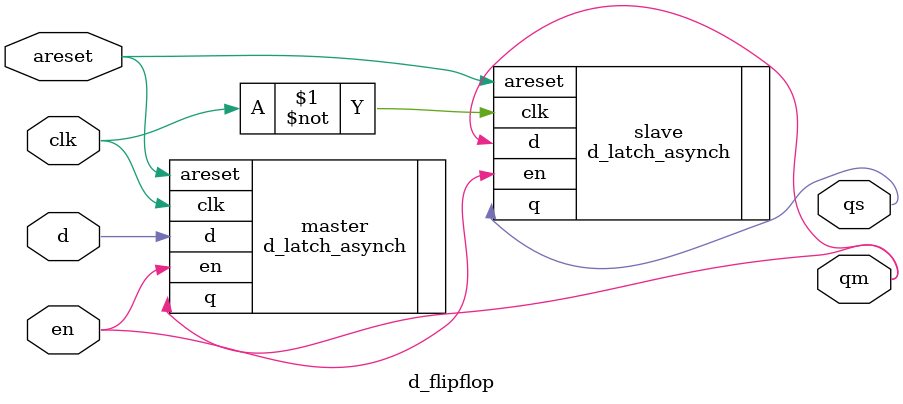
<source format=sv>
`timescale 1ns / 1ps


module d_flipflop(
        input logic clk,
        input logic areset,
        input logic en,
        input logic d,
        output logic qm,
        output logic qs

    );
    
    d_latch_asynch master(.d(d), .clk(clk), .en(en), .areset(areset), .q(qm));
    d_latch_asynch slave(.d(qm), .clk(~clk), .en(en), .areset(areset), .q(qs));
    
endmodule


//module d_flipflop(
//        input logic d,
//        input logic en,
//        input logic clk,
//        input logic areset,
//        output logic qm,
//        output logic qs

//    );
    
//    always @(negedge clk, negedge areset)
//    begin 
//        if(~areset) qs <= 0;
//        else if(en) qs <= d;
//    end
    
//    assign qm = 0;
    
//endmodule

</source>
